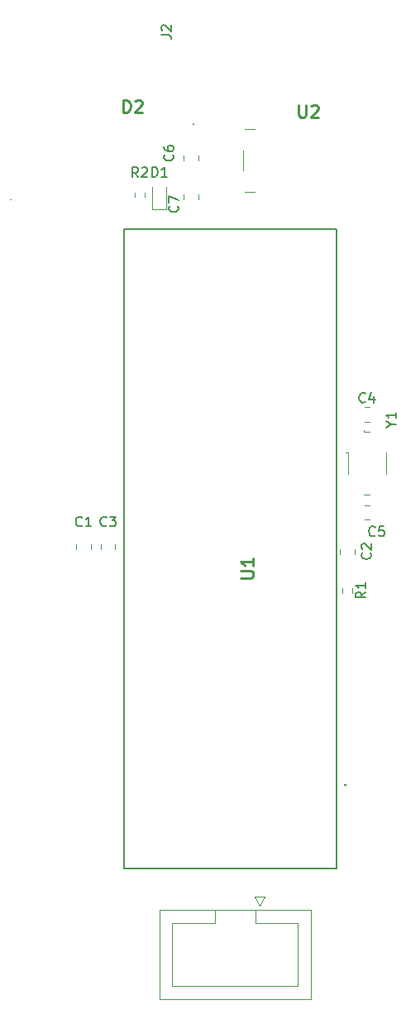
<source format=gbr>
%TF.GenerationSoftware,KiCad,Pcbnew,(6.0.4)*%
%TF.CreationDate,2022-05-17T15:50:22-07:00*%
%TF.ProjectId,Atmega32a-pu(40 pin dip) programmer,41746d65-6761-4333-9261-2d7075283430,rev?*%
%TF.SameCoordinates,Original*%
%TF.FileFunction,Legend,Top*%
%TF.FilePolarity,Positive*%
%FSLAX46Y46*%
G04 Gerber Fmt 4.6, Leading zero omitted, Abs format (unit mm)*
G04 Created by KiCad (PCBNEW (6.0.4)) date 2022-05-17 15:50:22*
%MOMM*%
%LPD*%
G01*
G04 APERTURE LIST*
%ADD10C,0.150000*%
%ADD11C,0.254000*%
%ADD12C,0.100000*%
%ADD13C,0.120000*%
%ADD14C,0.200000*%
G04 APERTURE END LIST*
D10*
X98000000Y-84000000D02*
X98000000Y-84000000D01*
D11*
%TO.C,U2*%
X127532380Y-74304523D02*
X127532380Y-75332619D01*
X127592857Y-75453571D01*
X127653333Y-75514047D01*
X127774285Y-75574523D01*
X128016190Y-75574523D01*
X128137142Y-75514047D01*
X128197619Y-75453571D01*
X128258095Y-75332619D01*
X128258095Y-74304523D01*
X128802380Y-74425476D02*
X128862857Y-74365000D01*
X128983809Y-74304523D01*
X129286190Y-74304523D01*
X129407142Y-74365000D01*
X129467619Y-74425476D01*
X129528095Y-74546428D01*
X129528095Y-74667380D01*
X129467619Y-74848809D01*
X128741904Y-75574523D01*
X129528095Y-75574523D01*
D10*
%TO.C,C6*%
X114607142Y-79416666D02*
X114654761Y-79464285D01*
X114702380Y-79607142D01*
X114702380Y-79702380D01*
X114654761Y-79845238D01*
X114559523Y-79940476D01*
X114464285Y-79988095D01*
X114273809Y-80035714D01*
X114130952Y-80035714D01*
X113940476Y-79988095D01*
X113845238Y-79940476D01*
X113750000Y-79845238D01*
X113702380Y-79702380D01*
X113702380Y-79607142D01*
X113750000Y-79464285D01*
X113797619Y-79416666D01*
X113702380Y-78559523D02*
X113702380Y-78750000D01*
X113750000Y-78845238D01*
X113797619Y-78892857D01*
X113940476Y-78988095D01*
X114130952Y-79035714D01*
X114511904Y-79035714D01*
X114607142Y-78988095D01*
X114654761Y-78940476D01*
X114702380Y-78845238D01*
X114702380Y-78654761D01*
X114654761Y-78559523D01*
X114607142Y-78511904D01*
X114511904Y-78464285D01*
X114273809Y-78464285D01*
X114178571Y-78511904D01*
X114130952Y-78559523D01*
X114083333Y-78654761D01*
X114083333Y-78845238D01*
X114130952Y-78940476D01*
X114178571Y-78988095D01*
X114273809Y-79035714D01*
D11*
%TO.C,D2*%
X109562619Y-75074523D02*
X109562619Y-73804523D01*
X109865000Y-73804523D01*
X110046428Y-73865000D01*
X110167380Y-73985952D01*
X110227857Y-74106904D01*
X110288333Y-74348809D01*
X110288333Y-74530238D01*
X110227857Y-74772142D01*
X110167380Y-74893095D01*
X110046428Y-75014047D01*
X109865000Y-75074523D01*
X109562619Y-75074523D01*
X110772142Y-73925476D02*
X110832619Y-73865000D01*
X110953571Y-73804523D01*
X111255952Y-73804523D01*
X111376904Y-73865000D01*
X111437380Y-73925476D01*
X111497857Y-74046428D01*
X111497857Y-74167380D01*
X111437380Y-74348809D01*
X110711666Y-75074523D01*
X111497857Y-75074523D01*
D10*
%TO.C,C3*%
X107833333Y-117357142D02*
X107785714Y-117404761D01*
X107642857Y-117452380D01*
X107547619Y-117452380D01*
X107404761Y-117404761D01*
X107309523Y-117309523D01*
X107261904Y-117214285D01*
X107214285Y-117023809D01*
X107214285Y-116880952D01*
X107261904Y-116690476D01*
X107309523Y-116595238D01*
X107404761Y-116500000D01*
X107547619Y-116452380D01*
X107642857Y-116452380D01*
X107785714Y-116500000D01*
X107833333Y-116547619D01*
X108166666Y-116452380D02*
X108785714Y-116452380D01*
X108452380Y-116833333D01*
X108595238Y-116833333D01*
X108690476Y-116880952D01*
X108738095Y-116928571D01*
X108785714Y-117023809D01*
X108785714Y-117261904D01*
X108738095Y-117357142D01*
X108690476Y-117404761D01*
X108595238Y-117452380D01*
X108309523Y-117452380D01*
X108214285Y-117404761D01*
X108166666Y-117357142D01*
%TO.C,C5*%
X135333333Y-118357142D02*
X135285714Y-118404761D01*
X135142857Y-118452380D01*
X135047619Y-118452380D01*
X134904761Y-118404761D01*
X134809523Y-118309523D01*
X134761904Y-118214285D01*
X134714285Y-118023809D01*
X134714285Y-117880952D01*
X134761904Y-117690476D01*
X134809523Y-117595238D01*
X134904761Y-117500000D01*
X135047619Y-117452380D01*
X135142857Y-117452380D01*
X135285714Y-117500000D01*
X135333333Y-117547619D01*
X136238095Y-117452380D02*
X135761904Y-117452380D01*
X135714285Y-117928571D01*
X135761904Y-117880952D01*
X135857142Y-117833333D01*
X136095238Y-117833333D01*
X136190476Y-117880952D01*
X136238095Y-117928571D01*
X136285714Y-118023809D01*
X136285714Y-118261904D01*
X136238095Y-118357142D01*
X136190476Y-118404761D01*
X136095238Y-118452380D01*
X135857142Y-118452380D01*
X135761904Y-118404761D01*
X135714285Y-118357142D01*
%TO.C,J2*%
X113452380Y-67133333D02*
X114166666Y-67133333D01*
X114309523Y-67180952D01*
X114404761Y-67276190D01*
X114452380Y-67419047D01*
X114452380Y-67514285D01*
X113547619Y-66704761D02*
X113500000Y-66657142D01*
X113452380Y-66561904D01*
X113452380Y-66323809D01*
X113500000Y-66228571D01*
X113547619Y-66180952D01*
X113642857Y-66133333D01*
X113738095Y-66133333D01*
X113880952Y-66180952D01*
X114452380Y-66752380D01*
X114452380Y-66133333D01*
%TO.C,R2*%
X111083333Y-81702380D02*
X110750000Y-81226190D01*
X110511904Y-81702380D02*
X110511904Y-80702380D01*
X110892857Y-80702380D01*
X110988095Y-80750000D01*
X111035714Y-80797619D01*
X111083333Y-80892857D01*
X111083333Y-81035714D01*
X111035714Y-81130952D01*
X110988095Y-81178571D01*
X110892857Y-81226190D01*
X110511904Y-81226190D01*
X111464285Y-80797619D02*
X111511904Y-80750000D01*
X111607142Y-80702380D01*
X111845238Y-80702380D01*
X111940476Y-80750000D01*
X111988095Y-80797619D01*
X112035714Y-80892857D01*
X112035714Y-80988095D01*
X111988095Y-81130952D01*
X111416666Y-81702380D01*
X112035714Y-81702380D01*
%TO.C,C2*%
X134857142Y-120166666D02*
X134904761Y-120214285D01*
X134952380Y-120357142D01*
X134952380Y-120452380D01*
X134904761Y-120595238D01*
X134809523Y-120690476D01*
X134714285Y-120738095D01*
X134523809Y-120785714D01*
X134380952Y-120785714D01*
X134190476Y-120738095D01*
X134095238Y-120690476D01*
X134000000Y-120595238D01*
X133952380Y-120452380D01*
X133952380Y-120357142D01*
X134000000Y-120214285D01*
X134047619Y-120166666D01*
X134047619Y-119785714D02*
X134000000Y-119738095D01*
X133952380Y-119642857D01*
X133952380Y-119404761D01*
X134000000Y-119309523D01*
X134047619Y-119261904D01*
X134142857Y-119214285D01*
X134238095Y-119214285D01*
X134380952Y-119261904D01*
X134952380Y-119833333D01*
X134952380Y-119214285D01*
D11*
%TO.C,U1*%
X121600833Y-122717619D02*
X122628929Y-122717619D01*
X122749881Y-122657142D01*
X122810357Y-122596666D01*
X122870833Y-122475714D01*
X122870833Y-122233809D01*
X122810357Y-122112857D01*
X122749881Y-122052380D01*
X122628929Y-121991904D01*
X121600833Y-121991904D01*
X122870833Y-120721904D02*
X122870833Y-121447619D01*
X122870833Y-121084761D02*
X121600833Y-121084761D01*
X121782262Y-121205714D01*
X121903214Y-121326666D01*
X121963690Y-121447619D01*
D10*
%TO.C,C1*%
X105333333Y-117357142D02*
X105285714Y-117404761D01*
X105142857Y-117452380D01*
X105047619Y-117452380D01*
X104904761Y-117404761D01*
X104809523Y-117309523D01*
X104761904Y-117214285D01*
X104714285Y-117023809D01*
X104714285Y-116880952D01*
X104761904Y-116690476D01*
X104809523Y-116595238D01*
X104904761Y-116500000D01*
X105047619Y-116452380D01*
X105142857Y-116452380D01*
X105285714Y-116500000D01*
X105333333Y-116547619D01*
X106285714Y-117452380D02*
X105714285Y-117452380D01*
X106000000Y-117452380D02*
X106000000Y-116452380D01*
X105904761Y-116595238D01*
X105809523Y-116690476D01*
X105714285Y-116738095D01*
%TO.C,R1*%
X134382380Y-124166666D02*
X133906190Y-124500000D01*
X134382380Y-124738095D02*
X133382380Y-124738095D01*
X133382380Y-124357142D01*
X133430000Y-124261904D01*
X133477619Y-124214285D01*
X133572857Y-124166666D01*
X133715714Y-124166666D01*
X133810952Y-124214285D01*
X133858571Y-124261904D01*
X133906190Y-124357142D01*
X133906190Y-124738095D01*
X134382380Y-123214285D02*
X134382380Y-123785714D01*
X134382380Y-123500000D02*
X133382380Y-123500000D01*
X133525238Y-123595238D01*
X133620476Y-123690476D01*
X133668095Y-123785714D01*
%TO.C,C7*%
X115107142Y-84666666D02*
X115154761Y-84714285D01*
X115202380Y-84857142D01*
X115202380Y-84952380D01*
X115154761Y-85095238D01*
X115059523Y-85190476D01*
X114964285Y-85238095D01*
X114773809Y-85285714D01*
X114630952Y-85285714D01*
X114440476Y-85238095D01*
X114345238Y-85190476D01*
X114250000Y-85095238D01*
X114202380Y-84952380D01*
X114202380Y-84857142D01*
X114250000Y-84714285D01*
X114297619Y-84666666D01*
X114202380Y-84333333D02*
X114202380Y-83666666D01*
X115202380Y-84095238D01*
%TO.C,D1*%
X112511904Y-81664880D02*
X112511904Y-80664880D01*
X112750000Y-80664880D01*
X112892857Y-80712500D01*
X112988095Y-80807738D01*
X113035714Y-80902976D01*
X113083333Y-81093452D01*
X113083333Y-81236309D01*
X113035714Y-81426785D01*
X112988095Y-81522023D01*
X112892857Y-81617261D01*
X112750000Y-81664880D01*
X112511904Y-81664880D01*
X114035714Y-81664880D02*
X113464285Y-81664880D01*
X113750000Y-81664880D02*
X113750000Y-80664880D01*
X113654761Y-80807738D01*
X113559523Y-80902976D01*
X113464285Y-80950595D01*
%TO.C,Y1*%
X136976190Y-106976190D02*
X137452380Y-106976190D01*
X136452380Y-107309523D02*
X136976190Y-106976190D01*
X136452380Y-106642857D01*
X137452380Y-105785714D02*
X137452380Y-106357142D01*
X137452380Y-106071428D02*
X136452380Y-106071428D01*
X136595238Y-106166666D01*
X136690476Y-106261904D01*
X136738095Y-106357142D01*
%TO.C,C4*%
X134333333Y-104677142D02*
X134285714Y-104724761D01*
X134142857Y-104772380D01*
X134047619Y-104772380D01*
X133904761Y-104724761D01*
X133809523Y-104629523D01*
X133761904Y-104534285D01*
X133714285Y-104343809D01*
X133714285Y-104200952D01*
X133761904Y-104010476D01*
X133809523Y-103915238D01*
X133904761Y-103820000D01*
X134047619Y-103772380D01*
X134142857Y-103772380D01*
X134285714Y-103820000D01*
X134333333Y-103867619D01*
X135190476Y-104105714D02*
X135190476Y-104772380D01*
X134952380Y-103724761D02*
X134714285Y-104439047D01*
X135333333Y-104439047D01*
D12*
%TO.C,U2*%
X123000000Y-83250000D02*
X122000000Y-83250000D01*
X123000000Y-76750000D02*
X122000000Y-76750000D01*
X121824000Y-79000000D02*
X121824000Y-81000000D01*
D13*
%TO.C,C6*%
X115765000Y-79488748D02*
X115765000Y-80011252D01*
X117235000Y-79488748D02*
X117235000Y-80011252D01*
D12*
%TO.C,D2*%
X116750000Y-76250000D02*
X116750000Y-76250000D01*
X116650000Y-76250000D02*
X116650000Y-76250000D01*
X116650000Y-76250000D02*
G75*
G03*
X116750000Y-76250000I50000J0D01*
G01*
X116750000Y-76250000D02*
G75*
G03*
X116650000Y-76250000I-50000J0D01*
G01*
D13*
%TO.C,C3*%
X107265000Y-119238748D02*
X107265000Y-119761252D01*
X108735000Y-119238748D02*
X108735000Y-119761252D01*
%TO.C,C5*%
X134761252Y-116735000D02*
X134238748Y-116735000D01*
X134761252Y-115265000D02*
X134238748Y-115265000D01*
%TO.C,R2*%
X111772500Y-83262742D02*
X111772500Y-83737258D01*
X110727500Y-83262742D02*
X110727500Y-83737258D01*
%TO.C,C2*%
X133235000Y-120311252D02*
X133235000Y-119788748D01*
X131765000Y-120311252D02*
X131765000Y-119788748D01*
D14*
%TO.C,U1*%
X132320000Y-143880000D02*
X132320000Y-143880000D01*
X132320000Y-143880000D02*
X132320000Y-143880000D01*
X109600000Y-152500000D02*
X109600000Y-87000000D01*
X132220000Y-143880000D02*
X132220000Y-143880000D01*
X131400000Y-152500000D02*
X109600000Y-152500000D01*
X131400000Y-87000000D02*
X131400000Y-152500000D01*
X109600000Y-87000000D02*
X131400000Y-87000000D01*
X132220000Y-143880000D02*
G75*
G03*
X132320000Y-143880000I50000J0D01*
G01*
X132220000Y-143880000D02*
G75*
G03*
X132320000Y-143880000I50000J0D01*
G01*
X132320000Y-143880000D02*
G75*
G03*
X132220000Y-143880000I-50000J0D01*
G01*
D13*
%TO.C,J1*%
X123045000Y-155320000D02*
X123545000Y-156320000D01*
X114555000Y-158020000D02*
X118955000Y-158020000D01*
X114555000Y-164520000D02*
X114555000Y-158020000D01*
X123055000Y-158020000D02*
X127455000Y-158020000D01*
X118955000Y-158020000D02*
X118955000Y-158020000D01*
X127455000Y-158020000D02*
X127455000Y-164520000D01*
X124045000Y-155320000D02*
X123045000Y-155320000D01*
X128755000Y-165830000D02*
X113255000Y-165830000D01*
X113255000Y-165830000D02*
X113255000Y-156710000D01*
X123545000Y-156320000D02*
X124045000Y-155320000D01*
X127455000Y-164520000D02*
X114555000Y-164520000D01*
X128755000Y-156710000D02*
X128755000Y-165830000D01*
X123055000Y-156710000D02*
X123055000Y-158020000D01*
X118955000Y-158020000D02*
X118955000Y-156710000D01*
X113255000Y-156710000D02*
X128755000Y-156710000D01*
%TO.C,C1*%
X106235000Y-119238748D02*
X106235000Y-119761252D01*
X104765000Y-119238748D02*
X104765000Y-119761252D01*
%TO.C,R1*%
X131977500Y-123762742D02*
X131977500Y-124237258D01*
X133022500Y-123762742D02*
X133022500Y-124237258D01*
%TO.C,C7*%
X115765000Y-83488748D02*
X115765000Y-84011252D01*
X117235000Y-83488748D02*
X117235000Y-84011252D01*
%TO.C,D1*%
X112515000Y-84985000D02*
X113985000Y-84985000D01*
X112515000Y-82700000D02*
X112515000Y-84985000D01*
X113985000Y-84985000D02*
X113985000Y-82700000D01*
%TO.C,Y1*%
X134200000Y-107560000D02*
X134200000Y-107800000D01*
X132550000Y-112100000D02*
X132550000Y-109900000D01*
X132550000Y-109900000D02*
X132310000Y-109900000D01*
X136450000Y-109900000D02*
X136450000Y-112100000D01*
X134200000Y-107800000D02*
X134800000Y-107800000D01*
X134800000Y-114200000D02*
X134200000Y-114200000D01*
%TO.C,C4*%
X134238748Y-106735000D02*
X134761252Y-106735000D01*
X134238748Y-105265000D02*
X134761252Y-105265000D01*
%TD*%
M02*

</source>
